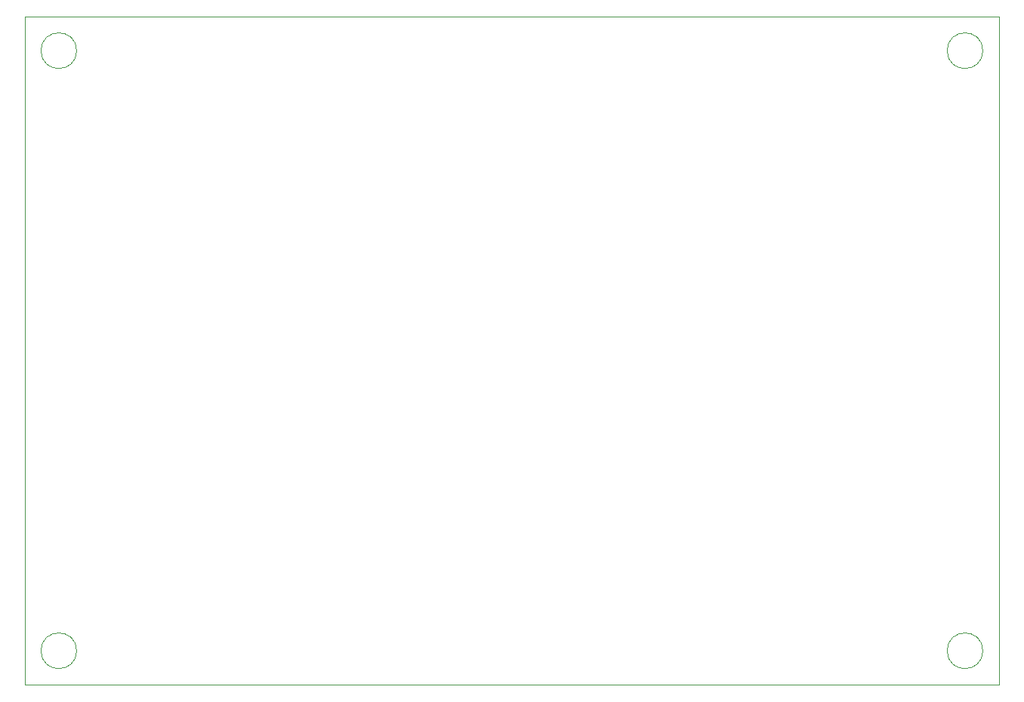
<source format=gbr>
%TF.GenerationSoftware,KiCad,Pcbnew,7.0.8*%
%TF.CreationDate,2024-01-17T19:39:17+01:00*%
%TF.ProjectId,openautolab,6f70656e-6175-4746-9f6c-61622e6b6963,rev?*%
%TF.SameCoordinates,Original*%
%TF.FileFunction,Profile,NP*%
%FSLAX46Y46*%
G04 Gerber Fmt 4.6, Leading zero omitted, Abs format (unit mm)*
G04 Created by KiCad (PCBNEW 7.0.8) date 2024-01-17 19:39:17*
%MOMM*%
%LPD*%
G01*
G04 APERTURE LIST*
%TA.AperFunction,Profile*%
%ADD10C,0.100000*%
%TD*%
G04 APERTURE END LIST*
D10*
X141700000Y-107950000D02*
G75*
G03*
X141700000Y-107950000I-2000000J0D01*
G01*
X141700000Y-40640000D02*
G75*
G03*
X141700000Y-40640000I-2000000J0D01*
G01*
X40100000Y-40640000D02*
G75*
G03*
X40100000Y-40640000I-2000000J0D01*
G01*
X40100000Y-107950000D02*
G75*
G03*
X40100000Y-107950000I-2000000J0D01*
G01*
X34290000Y-36830000D02*
X143535400Y-36830000D01*
X143535400Y-111770000D01*
X34290000Y-111770000D01*
X34290000Y-36830000D01*
M02*

</source>
